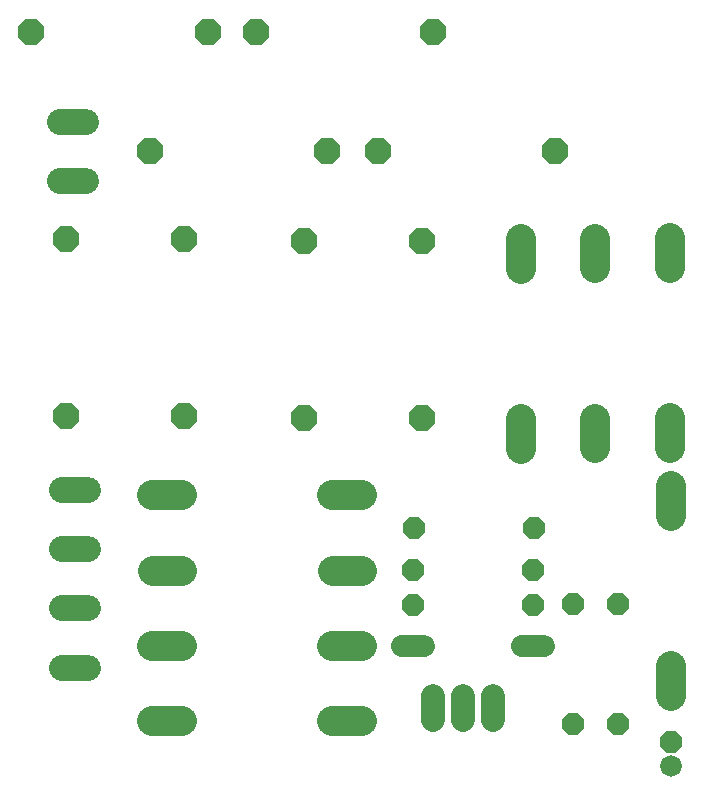
<source format=gbr>
G04 EAGLE Gerber RS-274X export*
G75*
%MOMM*%
%FSLAX34Y34*%
%LPD*%
%INBottom Copper*%
%IPPOS*%
%AMOC8*
5,1,8,0,0,1.08239X$1,22.5*%
G01*
%ADD10P,2.336880X8X202.500000*%
%ADD11P,2.336880X8X22.500000*%
%ADD12P,2.336880X8X112.500000*%
%ADD13P,1.979475X8X112.500000*%
%ADD14C,1.828800*%
%ADD15C,2.514600*%
%ADD16C,1.828800*%
%ADD17P,1.979475X8X22.500000*%
%ADD18P,1.979475X8X292.500000*%
%ADD19P,1.979475X8X202.500000*%
%ADD20C,2.032000*%
%ADD21C,2.209800*%


D10*
X268876Y787315D03*
X119016Y787315D03*
D11*
X312057Y786758D03*
X461917Y786758D03*
D12*
X48646Y562318D03*
X48646Y712178D03*
X147942Y562273D03*
X147942Y712133D03*
D13*
X560436Y286367D03*
D14*
X560436Y266047D03*
D15*
X433221Y534834D02*
X433221Y559980D01*
X433221Y687234D02*
X433221Y712380D01*
X496274Y712646D02*
X496274Y687500D01*
X496274Y560246D02*
X496274Y535100D01*
X559291Y535683D02*
X559291Y560829D01*
X559291Y688083D02*
X559291Y713229D01*
X560059Y503165D02*
X560059Y478019D01*
X560059Y350765D02*
X560059Y325619D01*
X299071Y431375D02*
X273925Y431375D01*
X146671Y431375D02*
X121525Y431375D01*
X273467Y496019D02*
X298613Y496019D01*
X146213Y496019D02*
X121067Y496019D01*
X121258Y304625D02*
X146404Y304625D01*
X273658Y304625D02*
X298804Y304625D01*
X146583Y367556D02*
X121437Y367556D01*
X273837Y367556D02*
X298983Y367556D01*
D16*
X434678Y368249D02*
X452966Y368249D01*
X351366Y368249D02*
X333078Y368249D01*
D17*
X342415Y432575D03*
X444015Y432575D03*
D18*
X477711Y403018D03*
X477711Y301418D03*
X515475Y403079D03*
X515475Y301479D03*
D19*
X443751Y402167D03*
X342151Y402167D03*
X444093Y468030D03*
X342493Y468030D03*
D20*
X358878Y325656D02*
X358878Y305336D01*
X384278Y305336D02*
X384278Y325656D01*
X409678Y325656D02*
X409678Y305336D01*
D21*
X65168Y761139D02*
X43070Y761139D01*
X43070Y811139D02*
X65168Y811139D01*
X66925Y349601D02*
X44827Y349601D01*
X44827Y399601D02*
X66925Y399601D01*
X66925Y449601D02*
X44827Y449601D01*
X44827Y499601D02*
X66925Y499601D01*
D12*
X249695Y561236D03*
X249695Y711096D03*
D11*
X18195Y887505D03*
X168055Y887505D03*
D12*
X349243Y560742D03*
X349243Y710602D03*
D11*
X208932Y887394D03*
X358792Y887394D03*
M02*

</source>
